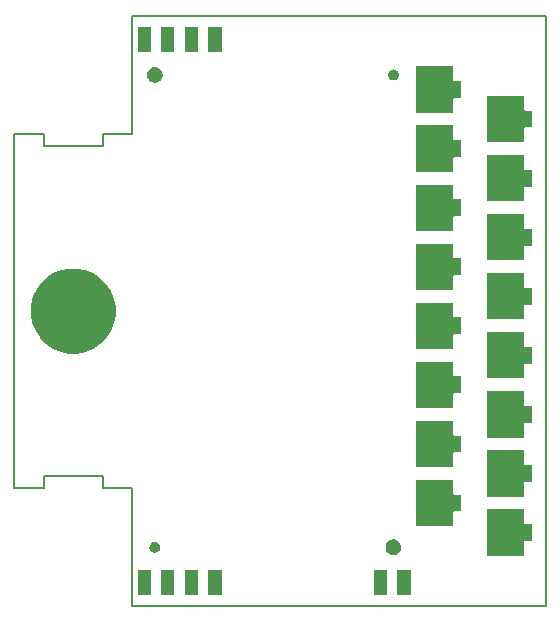
<source format=gts>
G04 #@! TF.GenerationSoftware,KiCad,Pcbnew,(5.0.1)*
G04 #@! TF.CreationDate,2018-11-27T11:11:20+09:00*
G04 #@! TF.ProjectId,cable_breakout,6361626C655F627265616B6F75742E6B,rev?*
G04 #@! TF.SameCoordinates,Original*
G04 #@! TF.FileFunction,Soldermask,Top*
G04 #@! TF.FilePolarity,Negative*
%FSLAX46Y46*%
G04 Gerber Fmt 4.6, Leading zero omitted, Abs format (unit mm)*
G04 Created by KiCad (PCBNEW (5.0.1)) date Tue Nov 27 11:11:20 2018*
%MOMM*%
%LPD*%
G01*
G04 APERTURE LIST*
%ADD10C,0.150000*%
%ADD11C,0.100000*%
G04 APERTURE END LIST*
D10*
X117500000Y-130000000D02*
X120000000Y-130000000D01*
X117500000Y-129000000D02*
X117500000Y-130000000D01*
X112500000Y-129000000D02*
X117500000Y-129000000D01*
X112500000Y-130000000D02*
X112500000Y-129000000D01*
X110000000Y-130000000D02*
X112500000Y-130000000D01*
X117500000Y-100000000D02*
X120000000Y-100000000D01*
X117500000Y-101000000D02*
X117500000Y-100000000D01*
X112500000Y-101000000D02*
X117500000Y-101000000D01*
X112500000Y-100000000D02*
X112500000Y-101000000D01*
X110000000Y-100000000D02*
X112500000Y-100000000D01*
X120000000Y-130000000D02*
X120000000Y-140000000D01*
X120000000Y-90000000D02*
X120000000Y-100000000D01*
X155000000Y-140000000D02*
X155000000Y-90000000D01*
X120000000Y-140000000D02*
X155000000Y-140000000D01*
X155000000Y-90000000D02*
X120000000Y-90000000D01*
X110000000Y-130000000D02*
X110000000Y-100000000D01*
D11*
G36*
X143560000Y-139060000D02*
X142440000Y-139060000D01*
X142440000Y-136940000D01*
X143560000Y-136940000D01*
X143560000Y-139060000D01*
X143560000Y-139060000D01*
G37*
G36*
X125560000Y-139060000D02*
X124440000Y-139060000D01*
X124440000Y-136940000D01*
X125560000Y-136940000D01*
X125560000Y-139060000D01*
X125560000Y-139060000D01*
G37*
G36*
X127560000Y-139060000D02*
X126440000Y-139060000D01*
X126440000Y-136940000D01*
X127560000Y-136940000D01*
X127560000Y-139060000D01*
X127560000Y-139060000D01*
G37*
G36*
X121560000Y-139060000D02*
X120440000Y-139060000D01*
X120440000Y-136940000D01*
X121560000Y-136940000D01*
X121560000Y-139060000D01*
X121560000Y-139060000D01*
G37*
G36*
X123560000Y-139060000D02*
X122440000Y-139060000D01*
X122440000Y-136940000D01*
X123560000Y-136940000D01*
X123560000Y-139060000D01*
X123560000Y-139060000D01*
G37*
G36*
X141560000Y-139060000D02*
X140440000Y-139060000D01*
X140440000Y-136940000D01*
X141560000Y-136940000D01*
X141560000Y-139060000D01*
X141560000Y-139060000D01*
G37*
G36*
X153160000Y-132915000D02*
X153162402Y-132939386D01*
X153169515Y-132962835D01*
X153181066Y-132984446D01*
X153196612Y-133003388D01*
X153215554Y-133018934D01*
X153237165Y-133030485D01*
X153260614Y-133037598D01*
X153285000Y-133040000D01*
X153860000Y-133040000D01*
X153860000Y-134460000D01*
X153285000Y-134460000D01*
X153260614Y-134462402D01*
X153237165Y-134469515D01*
X153215554Y-134481066D01*
X153196612Y-134496612D01*
X153181066Y-134515554D01*
X153169515Y-134537165D01*
X153162402Y-134560614D01*
X153160000Y-134585000D01*
X153160000Y-135710000D01*
X150040000Y-135710000D01*
X150040000Y-131790000D01*
X153160000Y-131790000D01*
X153160000Y-132915000D01*
X153160000Y-132915000D01*
G37*
G36*
X142292514Y-134365363D02*
X142412627Y-134415116D01*
X142520726Y-134487345D01*
X142612655Y-134579274D01*
X142684884Y-134687373D01*
X142734637Y-134807486D01*
X142760000Y-134934994D01*
X142760000Y-135065006D01*
X142734637Y-135192514D01*
X142684884Y-135312627D01*
X142612655Y-135420726D01*
X142520726Y-135512655D01*
X142412627Y-135584884D01*
X142292514Y-135634637D01*
X142165006Y-135660000D01*
X142034994Y-135660000D01*
X141907486Y-135634637D01*
X141787373Y-135584884D01*
X141679274Y-135512655D01*
X141587345Y-135420726D01*
X141515116Y-135312627D01*
X141465363Y-135192514D01*
X141440000Y-135065006D01*
X141440000Y-134934994D01*
X141465363Y-134807486D01*
X141515116Y-134687373D01*
X141587345Y-134579274D01*
X141679274Y-134487345D01*
X141787373Y-134415116D01*
X141907486Y-134365363D01*
X142034994Y-134340000D01*
X142165006Y-134340000D01*
X142292514Y-134365363D01*
X142292514Y-134365363D01*
G37*
G36*
X122034177Y-134557677D02*
X122117892Y-134592352D01*
X122193236Y-134642696D01*
X122257304Y-134706764D01*
X122307648Y-134782108D01*
X122342323Y-134865823D01*
X122360000Y-134954692D01*
X122360000Y-135045308D01*
X122342323Y-135134177D01*
X122307648Y-135217892D01*
X122257304Y-135293236D01*
X122193236Y-135357304D01*
X122117892Y-135407648D01*
X122034177Y-135442323D01*
X121945308Y-135460000D01*
X121854692Y-135460000D01*
X121765823Y-135442323D01*
X121682108Y-135407648D01*
X121606764Y-135357304D01*
X121542696Y-135293236D01*
X121492352Y-135217892D01*
X121457677Y-135134177D01*
X121440000Y-135045308D01*
X121440000Y-134954692D01*
X121457677Y-134865823D01*
X121492352Y-134782108D01*
X121542696Y-134706764D01*
X121606764Y-134642696D01*
X121682108Y-134592352D01*
X121765823Y-134557677D01*
X121854692Y-134540000D01*
X121945308Y-134540000D01*
X122034177Y-134557677D01*
X122034177Y-134557677D01*
G37*
G36*
X147160000Y-130415000D02*
X147162402Y-130439386D01*
X147169515Y-130462835D01*
X147181066Y-130484446D01*
X147196612Y-130503388D01*
X147215554Y-130518934D01*
X147237165Y-130530485D01*
X147260614Y-130537598D01*
X147285000Y-130540000D01*
X147860000Y-130540000D01*
X147860000Y-131960000D01*
X147285000Y-131960000D01*
X147260614Y-131962402D01*
X147237165Y-131969515D01*
X147215554Y-131981066D01*
X147196612Y-131996612D01*
X147181066Y-132015554D01*
X147169515Y-132037165D01*
X147162402Y-132060614D01*
X147160000Y-132085000D01*
X147160000Y-133210000D01*
X144040000Y-133210000D01*
X144040000Y-129290000D01*
X147160000Y-129290000D01*
X147160000Y-130415000D01*
X147160000Y-130415000D01*
G37*
G36*
X153160000Y-127915000D02*
X153162402Y-127939386D01*
X153169515Y-127962835D01*
X153181066Y-127984446D01*
X153196612Y-128003388D01*
X153215554Y-128018934D01*
X153237165Y-128030485D01*
X153260614Y-128037598D01*
X153285000Y-128040000D01*
X153860000Y-128040000D01*
X153860000Y-129460000D01*
X153285000Y-129460000D01*
X153260614Y-129462402D01*
X153237165Y-129469515D01*
X153215554Y-129481066D01*
X153196612Y-129496612D01*
X153181066Y-129515554D01*
X153169515Y-129537165D01*
X153162402Y-129560614D01*
X153160000Y-129585000D01*
X153160000Y-130710000D01*
X150040000Y-130710000D01*
X150040000Y-126790000D01*
X153160000Y-126790000D01*
X153160000Y-127915000D01*
X153160000Y-127915000D01*
G37*
G36*
X147160000Y-125415000D02*
X147162402Y-125439386D01*
X147169515Y-125462835D01*
X147181066Y-125484446D01*
X147196612Y-125503388D01*
X147215554Y-125518934D01*
X147237165Y-125530485D01*
X147260614Y-125537598D01*
X147285000Y-125540000D01*
X147860000Y-125540000D01*
X147860000Y-126960000D01*
X147285000Y-126960000D01*
X147260614Y-126962402D01*
X147237165Y-126969515D01*
X147215554Y-126981066D01*
X147196612Y-126996612D01*
X147181066Y-127015554D01*
X147169515Y-127037165D01*
X147162402Y-127060614D01*
X147160000Y-127085000D01*
X147160000Y-128210000D01*
X144040000Y-128210000D01*
X144040000Y-124290000D01*
X147160000Y-124290000D01*
X147160000Y-125415000D01*
X147160000Y-125415000D01*
G37*
G36*
X153160000Y-122915000D02*
X153162402Y-122939386D01*
X153169515Y-122962835D01*
X153181066Y-122984446D01*
X153196612Y-123003388D01*
X153215554Y-123018934D01*
X153237165Y-123030485D01*
X153260614Y-123037598D01*
X153285000Y-123040000D01*
X153860000Y-123040000D01*
X153860000Y-124460000D01*
X153285000Y-124460000D01*
X153260614Y-124462402D01*
X153237165Y-124469515D01*
X153215554Y-124481066D01*
X153196612Y-124496612D01*
X153181066Y-124515554D01*
X153169515Y-124537165D01*
X153162402Y-124560614D01*
X153160000Y-124585000D01*
X153160000Y-125710000D01*
X150040000Y-125710000D01*
X150040000Y-121790000D01*
X153160000Y-121790000D01*
X153160000Y-122915000D01*
X153160000Y-122915000D01*
G37*
G36*
X147160000Y-120415000D02*
X147162402Y-120439386D01*
X147169515Y-120462835D01*
X147181066Y-120484446D01*
X147196612Y-120503388D01*
X147215554Y-120518934D01*
X147237165Y-120530485D01*
X147260614Y-120537598D01*
X147285000Y-120540000D01*
X147860000Y-120540000D01*
X147860000Y-121960000D01*
X147285000Y-121960000D01*
X147260614Y-121962402D01*
X147237165Y-121969515D01*
X147215554Y-121981066D01*
X147196612Y-121996612D01*
X147181066Y-122015554D01*
X147169515Y-122037165D01*
X147162402Y-122060614D01*
X147160000Y-122085000D01*
X147160000Y-123210000D01*
X144040000Y-123210000D01*
X144040000Y-119290000D01*
X147160000Y-119290000D01*
X147160000Y-120415000D01*
X147160000Y-120415000D01*
G37*
G36*
X153160000Y-117915000D02*
X153162402Y-117939386D01*
X153169515Y-117962835D01*
X153181066Y-117984446D01*
X153196612Y-118003388D01*
X153215554Y-118018934D01*
X153237165Y-118030485D01*
X153260614Y-118037598D01*
X153285000Y-118040000D01*
X153860000Y-118040000D01*
X153860000Y-119460000D01*
X153285000Y-119460000D01*
X153260614Y-119462402D01*
X153237165Y-119469515D01*
X153215554Y-119481066D01*
X153196612Y-119496612D01*
X153181066Y-119515554D01*
X153169515Y-119537165D01*
X153162402Y-119560614D01*
X153160000Y-119585000D01*
X153160000Y-120710000D01*
X150040000Y-120710000D01*
X150040000Y-116790000D01*
X153160000Y-116790000D01*
X153160000Y-117915000D01*
X153160000Y-117915000D01*
G37*
G36*
X116050079Y-111538345D02*
X116050082Y-111538346D01*
X116050081Y-111538346D01*
X116705240Y-111809721D01*
X117195605Y-112137373D01*
X117294869Y-112203699D01*
X117796301Y-112705131D01*
X117796303Y-112705134D01*
X118190279Y-113294760D01*
X118311185Y-113586654D01*
X118461655Y-113949921D01*
X118600000Y-114645429D01*
X118600000Y-115354571D01*
X118461655Y-116050079D01*
X118461654Y-116050081D01*
X118190279Y-116705240D01*
X117834719Y-117237373D01*
X117796301Y-117294869D01*
X117294869Y-117796301D01*
X117294866Y-117796303D01*
X116705240Y-118190279D01*
X116215776Y-118393021D01*
X116050079Y-118461655D01*
X115354571Y-118600000D01*
X114645429Y-118600000D01*
X113949921Y-118461655D01*
X113784224Y-118393021D01*
X113294760Y-118190279D01*
X112705134Y-117796303D01*
X112705131Y-117796301D01*
X112203699Y-117294869D01*
X112165281Y-117237373D01*
X111809721Y-116705240D01*
X111538346Y-116050081D01*
X111538345Y-116050079D01*
X111400000Y-115354571D01*
X111400000Y-114645429D01*
X111538345Y-113949921D01*
X111688815Y-113586654D01*
X111809721Y-113294760D01*
X112203697Y-112705134D01*
X112203699Y-112705131D01*
X112705131Y-112203699D01*
X112804395Y-112137373D01*
X113294760Y-111809721D01*
X113949919Y-111538346D01*
X113949918Y-111538346D01*
X113949921Y-111538345D01*
X114645429Y-111400000D01*
X115354571Y-111400000D01*
X116050079Y-111538345D01*
X116050079Y-111538345D01*
G37*
G36*
X147160000Y-115415000D02*
X147162402Y-115439386D01*
X147169515Y-115462835D01*
X147181066Y-115484446D01*
X147196612Y-115503388D01*
X147215554Y-115518934D01*
X147237165Y-115530485D01*
X147260614Y-115537598D01*
X147285000Y-115540000D01*
X147860000Y-115540000D01*
X147860000Y-116960000D01*
X147285000Y-116960000D01*
X147260614Y-116962402D01*
X147237165Y-116969515D01*
X147215554Y-116981066D01*
X147196612Y-116996612D01*
X147181066Y-117015554D01*
X147169515Y-117037165D01*
X147162402Y-117060614D01*
X147160000Y-117085000D01*
X147160000Y-118210000D01*
X144040000Y-118210000D01*
X144040000Y-114290000D01*
X147160000Y-114290000D01*
X147160000Y-115415000D01*
X147160000Y-115415000D01*
G37*
G36*
X153160000Y-112915000D02*
X153162402Y-112939386D01*
X153169515Y-112962835D01*
X153181066Y-112984446D01*
X153196612Y-113003388D01*
X153215554Y-113018934D01*
X153237165Y-113030485D01*
X153260614Y-113037598D01*
X153285000Y-113040000D01*
X153860000Y-113040000D01*
X153860000Y-114460000D01*
X153285000Y-114460000D01*
X153260614Y-114462402D01*
X153237165Y-114469515D01*
X153215554Y-114481066D01*
X153196612Y-114496612D01*
X153181066Y-114515554D01*
X153169515Y-114537165D01*
X153162402Y-114560614D01*
X153160000Y-114585000D01*
X153160000Y-115710000D01*
X150040000Y-115710000D01*
X150040000Y-111790000D01*
X153160000Y-111790000D01*
X153160000Y-112915000D01*
X153160000Y-112915000D01*
G37*
G36*
X147160000Y-110415000D02*
X147162402Y-110439386D01*
X147169515Y-110462835D01*
X147181066Y-110484446D01*
X147196612Y-110503388D01*
X147215554Y-110518934D01*
X147237165Y-110530485D01*
X147260614Y-110537598D01*
X147285000Y-110540000D01*
X147860000Y-110540000D01*
X147860000Y-111960000D01*
X147285000Y-111960000D01*
X147260614Y-111962402D01*
X147237165Y-111969515D01*
X147215554Y-111981066D01*
X147196612Y-111996612D01*
X147181066Y-112015554D01*
X147169515Y-112037165D01*
X147162402Y-112060614D01*
X147160000Y-112085000D01*
X147160000Y-113210000D01*
X144040000Y-113210000D01*
X144040000Y-109290000D01*
X147160000Y-109290000D01*
X147160000Y-110415000D01*
X147160000Y-110415000D01*
G37*
G36*
X153160000Y-107915000D02*
X153162402Y-107939386D01*
X153169515Y-107962835D01*
X153181066Y-107984446D01*
X153196612Y-108003388D01*
X153215554Y-108018934D01*
X153237165Y-108030485D01*
X153260614Y-108037598D01*
X153285000Y-108040000D01*
X153860000Y-108040000D01*
X153860000Y-109460000D01*
X153285000Y-109460000D01*
X153260614Y-109462402D01*
X153237165Y-109469515D01*
X153215554Y-109481066D01*
X153196612Y-109496612D01*
X153181066Y-109515554D01*
X153169515Y-109537165D01*
X153162402Y-109560614D01*
X153160000Y-109585000D01*
X153160000Y-110710000D01*
X150040000Y-110710000D01*
X150040000Y-106790000D01*
X153160000Y-106790000D01*
X153160000Y-107915000D01*
X153160000Y-107915000D01*
G37*
G36*
X147160000Y-105415000D02*
X147162402Y-105439386D01*
X147169515Y-105462835D01*
X147181066Y-105484446D01*
X147196612Y-105503388D01*
X147215554Y-105518934D01*
X147237165Y-105530485D01*
X147260614Y-105537598D01*
X147285000Y-105540000D01*
X147860000Y-105540000D01*
X147860000Y-106960000D01*
X147285000Y-106960000D01*
X147260614Y-106962402D01*
X147237165Y-106969515D01*
X147215554Y-106981066D01*
X147196612Y-106996612D01*
X147181066Y-107015554D01*
X147169515Y-107037165D01*
X147162402Y-107060614D01*
X147160000Y-107085000D01*
X147160000Y-108210000D01*
X144040000Y-108210000D01*
X144040000Y-104290000D01*
X147160000Y-104290000D01*
X147160000Y-105415000D01*
X147160000Y-105415000D01*
G37*
G36*
X153160000Y-102915000D02*
X153162402Y-102939386D01*
X153169515Y-102962835D01*
X153181066Y-102984446D01*
X153196612Y-103003388D01*
X153215554Y-103018934D01*
X153237165Y-103030485D01*
X153260614Y-103037598D01*
X153285000Y-103040000D01*
X153860000Y-103040000D01*
X153860000Y-104460000D01*
X153285000Y-104460000D01*
X153260614Y-104462402D01*
X153237165Y-104469515D01*
X153215554Y-104481066D01*
X153196612Y-104496612D01*
X153181066Y-104515554D01*
X153169515Y-104537165D01*
X153162402Y-104560614D01*
X153160000Y-104585000D01*
X153160000Y-105710000D01*
X150040000Y-105710000D01*
X150040000Y-101790000D01*
X153160000Y-101790000D01*
X153160000Y-102915000D01*
X153160000Y-102915000D01*
G37*
G36*
X147160000Y-100415000D02*
X147162402Y-100439386D01*
X147169515Y-100462835D01*
X147181066Y-100484446D01*
X147196612Y-100503388D01*
X147215554Y-100518934D01*
X147237165Y-100530485D01*
X147260614Y-100537598D01*
X147285000Y-100540000D01*
X147860000Y-100540000D01*
X147860000Y-101960000D01*
X147285000Y-101960000D01*
X147260614Y-101962402D01*
X147237165Y-101969515D01*
X147215554Y-101981066D01*
X147196612Y-101996612D01*
X147181066Y-102015554D01*
X147169515Y-102037165D01*
X147162402Y-102060614D01*
X147160000Y-102085000D01*
X147160000Y-103210000D01*
X144040000Y-103210000D01*
X144040000Y-99290000D01*
X147160000Y-99290000D01*
X147160000Y-100415000D01*
X147160000Y-100415000D01*
G37*
G36*
X153160000Y-97915000D02*
X153162402Y-97939386D01*
X153169515Y-97962835D01*
X153181066Y-97984446D01*
X153196612Y-98003388D01*
X153215554Y-98018934D01*
X153237165Y-98030485D01*
X153260614Y-98037598D01*
X153285000Y-98040000D01*
X153860000Y-98040000D01*
X153860000Y-99460000D01*
X153285000Y-99460000D01*
X153260614Y-99462402D01*
X153237165Y-99469515D01*
X153215554Y-99481066D01*
X153196612Y-99496612D01*
X153181066Y-99515554D01*
X153169515Y-99537165D01*
X153162402Y-99560614D01*
X153160000Y-99585000D01*
X153160000Y-100710000D01*
X150040000Y-100710000D01*
X150040000Y-96790000D01*
X153160000Y-96790000D01*
X153160000Y-97915000D01*
X153160000Y-97915000D01*
G37*
G36*
X147160000Y-95415000D02*
X147162402Y-95439386D01*
X147169515Y-95462835D01*
X147181066Y-95484446D01*
X147196612Y-95503388D01*
X147215554Y-95518934D01*
X147237165Y-95530485D01*
X147260614Y-95537598D01*
X147285000Y-95540000D01*
X147860000Y-95540000D01*
X147860000Y-96960000D01*
X147285000Y-96960000D01*
X147260614Y-96962402D01*
X147237165Y-96969515D01*
X147215554Y-96981066D01*
X147196612Y-96996612D01*
X147181066Y-97015554D01*
X147169515Y-97037165D01*
X147162402Y-97060614D01*
X147160000Y-97085000D01*
X147160000Y-98210000D01*
X144040000Y-98210000D01*
X144040000Y-94290000D01*
X147160000Y-94290000D01*
X147160000Y-95415000D01*
X147160000Y-95415000D01*
G37*
G36*
X122092514Y-94365363D02*
X122212627Y-94415116D01*
X122320726Y-94487345D01*
X122412655Y-94579274D01*
X122484884Y-94687373D01*
X122534637Y-94807486D01*
X122560000Y-94934994D01*
X122560000Y-95065006D01*
X122534637Y-95192514D01*
X122484884Y-95312627D01*
X122412655Y-95420726D01*
X122320726Y-95512655D01*
X122212627Y-95584884D01*
X122092514Y-95634637D01*
X121965006Y-95660000D01*
X121834994Y-95660000D01*
X121707486Y-95634637D01*
X121587373Y-95584884D01*
X121479274Y-95512655D01*
X121387345Y-95420726D01*
X121315116Y-95312627D01*
X121265363Y-95192514D01*
X121240000Y-95065006D01*
X121240000Y-94934994D01*
X121265363Y-94807486D01*
X121315116Y-94687373D01*
X121387345Y-94579274D01*
X121479274Y-94487345D01*
X121587373Y-94415116D01*
X121707486Y-94365363D01*
X121834994Y-94340000D01*
X121965006Y-94340000D01*
X122092514Y-94365363D01*
X122092514Y-94365363D01*
G37*
G36*
X142234177Y-94557677D02*
X142317892Y-94592352D01*
X142393236Y-94642696D01*
X142457304Y-94706764D01*
X142507648Y-94782108D01*
X142542323Y-94865823D01*
X142560000Y-94954692D01*
X142560000Y-95045308D01*
X142542323Y-95134177D01*
X142507648Y-95217892D01*
X142457304Y-95293236D01*
X142393236Y-95357304D01*
X142317892Y-95407648D01*
X142234177Y-95442323D01*
X142145308Y-95460000D01*
X142054692Y-95460000D01*
X141965823Y-95442323D01*
X141882108Y-95407648D01*
X141806764Y-95357304D01*
X141742696Y-95293236D01*
X141692352Y-95217892D01*
X141657677Y-95134177D01*
X141640000Y-95045308D01*
X141640000Y-94954692D01*
X141657677Y-94865823D01*
X141692352Y-94782108D01*
X141742696Y-94706764D01*
X141806764Y-94642696D01*
X141882108Y-94592352D01*
X141965823Y-94557677D01*
X142054692Y-94540000D01*
X142145308Y-94540000D01*
X142234177Y-94557677D01*
X142234177Y-94557677D01*
G37*
G36*
X127560000Y-93060000D02*
X126440000Y-93060000D01*
X126440000Y-90940000D01*
X127560000Y-90940000D01*
X127560000Y-93060000D01*
X127560000Y-93060000D01*
G37*
G36*
X125560000Y-93060000D02*
X124440000Y-93060000D01*
X124440000Y-90940000D01*
X125560000Y-90940000D01*
X125560000Y-93060000D01*
X125560000Y-93060000D01*
G37*
G36*
X123560000Y-93060000D02*
X122440000Y-93060000D01*
X122440000Y-90940000D01*
X123560000Y-90940000D01*
X123560000Y-93060000D01*
X123560000Y-93060000D01*
G37*
G36*
X121560000Y-93060000D02*
X120440000Y-93060000D01*
X120440000Y-90940000D01*
X121560000Y-90940000D01*
X121560000Y-93060000D01*
X121560000Y-93060000D01*
G37*
M02*

</source>
